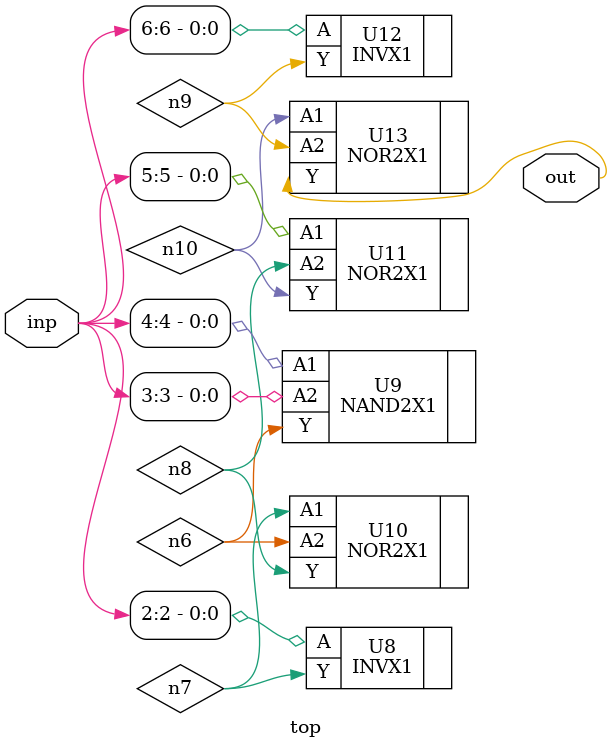
<source format=sv>


module top ( inp, out );
  input [6:0] inp;
  output out;
  wire   n6, n7, n8, n9, n10;

  INVX1 U8 ( .A(inp[2]), .Y(n7) );
  NAND2X1 U9 ( .A1(inp[4]), .A2(inp[3]), .Y(n6) );
  NOR2X1 U10 ( .A1(n7), .A2(n6), .Y(n8) );
  NOR2X1 U11 ( .A1(inp[5]), .A2(n8), .Y(n10) );
  INVX1 U12 ( .A(inp[6]), .Y(n9) );
  NOR2X1 U13 ( .A1(n10), .A2(n9), .Y(out) );
endmodule


</source>
